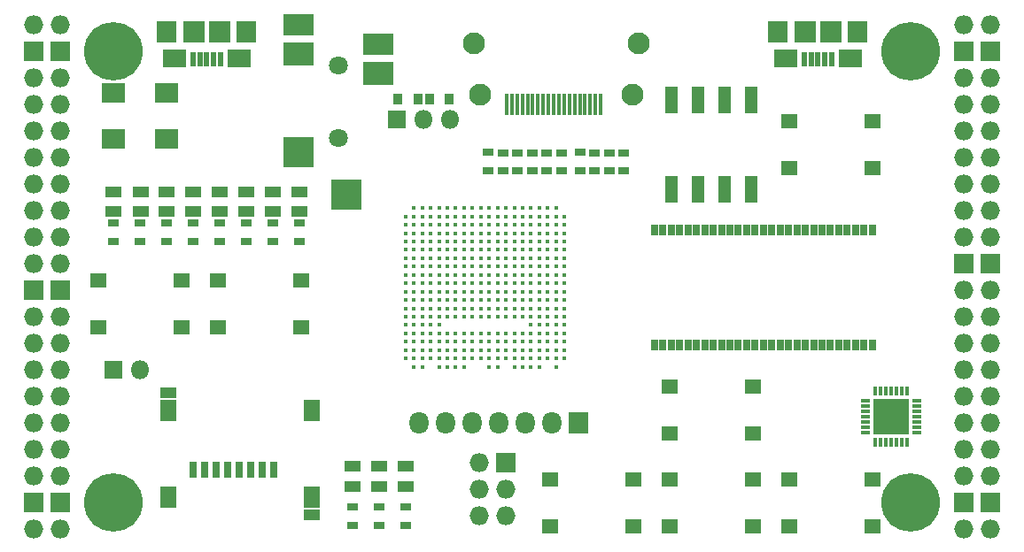
<source format=gts>
G04 #@! TF.GenerationSoftware,KiCad,Pcbnew,5.0.0-rc2-dev-unknown+dfsg1+20180318-2*
G04 #@! TF.CreationDate,2018-06-03T12:29:31+02:00*
G04 #@! TF.ProjectId,ulx3s,756C7833732E6B696361645F70636200,rev?*
G04 #@! TF.SameCoordinates,Original*
G04 #@! TF.FileFunction,Soldermask,Top*
G04 #@! TF.FilePolarity,Negative*
%FSLAX46Y46*%
G04 Gerber Fmt 4.6, Leading zero omitted, Abs format (unit mm)*
G04 Created by KiCad (PCBNEW 5.0.0-rc2-dev-unknown+dfsg1+20180318-2) date Sun Jun  3 12:29:31 2018*
%MOMM*%
%LPD*%
G01*
G04 APERTURE LIST*
%ADD10O,1.827200X1.827200*%
%ADD11R,1.827200X1.827200*%
%ADD12C,5.600000*%
%ADD13R,2.200000X1.700000*%
%ADD14R,2.000000X2.000000*%
%ADD15R,0.500000X1.450000*%
%ADD16R,1.900000X2.000000*%
%ADD17O,0.950000X0.400000*%
%ADD18O,0.400000X0.950000*%
%ADD19R,1.775000X1.775000*%
%ADD20R,1.827200X2.132000*%
%ADD21O,1.827200X2.132000*%
%ADD22R,1.650000X1.400000*%
%ADD23R,1.220000X2.540000*%
%ADD24C,0.430000*%
%ADD25R,2.900000X2.100000*%
%ADD26R,2.900000X2.300000*%
%ADD27R,2.900000X2.900000*%
%ADD28C,1.800000*%
%ADD29R,0.800000X1.600000*%
%ADD30R,1.550000X1.000000*%
%ADD31R,1.550000X2.100000*%
%ADD32R,2.300000X1.900000*%
%ADD33R,0.660000X1.000000*%
%ADD34R,1.100000X0.770000*%
%ADD35R,1.600000X1.070000*%
%ADD36R,0.400000X2.000000*%
%ADD37C,2.100000*%
%ADD38R,0.945000X1.100000*%
%ADD39R,1.800000X1.800000*%
%ADD40O,1.800000X1.800000*%
G04 APERTURE END LIST*
D10*
X97910000Y-62690000D03*
X95370000Y-62690000D03*
D11*
X97910000Y-65230000D03*
X95370000Y-65230000D03*
D10*
X97910000Y-67770000D03*
X95370000Y-67770000D03*
X97910000Y-70310000D03*
X95370000Y-70310000D03*
X97910000Y-72850000D03*
X95370000Y-72850000D03*
X97910000Y-75390000D03*
X95370000Y-75390000D03*
X97910000Y-77930000D03*
X95370000Y-77930000D03*
X97910000Y-80470000D03*
X95370000Y-80470000D03*
X97910000Y-83010000D03*
X95370000Y-83010000D03*
X97910000Y-85550000D03*
X95370000Y-85550000D03*
D11*
X97910000Y-88090000D03*
X95370000Y-88090000D03*
D10*
X97910000Y-90630000D03*
X95370000Y-90630000D03*
X97910000Y-93170000D03*
X95370000Y-93170000D03*
X97910000Y-95710000D03*
X95370000Y-95710000D03*
X97910000Y-98250000D03*
X95370000Y-98250000D03*
X97910000Y-100790000D03*
X95370000Y-100790000D03*
X97910000Y-103330000D03*
X95370000Y-103330000D03*
X97910000Y-105870000D03*
X95370000Y-105870000D03*
D11*
X97910000Y-108410000D03*
X95370000Y-108410000D03*
D10*
X97910000Y-110950000D03*
X95370000Y-110950000D03*
X184270000Y-110950000D03*
X186810000Y-110950000D03*
D11*
X184270000Y-108410000D03*
X186810000Y-108410000D03*
D10*
X184270000Y-105870000D03*
X186810000Y-105870000D03*
X184270000Y-103330000D03*
X186810000Y-103330000D03*
X184270000Y-100790000D03*
X186810000Y-100790000D03*
X184270000Y-98250000D03*
X186810000Y-98250000D03*
X184270000Y-95710000D03*
X186810000Y-95710000D03*
X184270000Y-93170000D03*
X186810000Y-93170000D03*
X184270000Y-90630000D03*
X186810000Y-90630000D03*
X184270000Y-88090000D03*
X186810000Y-88090000D03*
D11*
X184270000Y-85550000D03*
X186810000Y-85550000D03*
D10*
X184270000Y-83010000D03*
X186810000Y-83010000D03*
X184270000Y-80470000D03*
X186810000Y-80470000D03*
X184270000Y-77930000D03*
X186810000Y-77930000D03*
X184270000Y-75390000D03*
X186810000Y-75390000D03*
X184270000Y-72850000D03*
X186810000Y-72850000D03*
X184270000Y-70310000D03*
X186810000Y-70310000D03*
X184270000Y-67770000D03*
X186810000Y-67770000D03*
D11*
X184270000Y-65230000D03*
X186810000Y-65230000D03*
D10*
X184270000Y-62690000D03*
X186810000Y-62690000D03*
D12*
X102990000Y-108410000D03*
X179190000Y-108410000D03*
X179190000Y-65230000D03*
X102990000Y-65230000D03*
D13*
X114980000Y-65875000D03*
X108780000Y-65875000D03*
D14*
X113080000Y-63325000D03*
X110680000Y-63325000D03*
D15*
X113180000Y-66000000D03*
X112530000Y-66000000D03*
X111880000Y-66000000D03*
X111230000Y-66000000D03*
X110580000Y-66000000D03*
D16*
X115680000Y-63325000D03*
X108080000Y-63325000D03*
D13*
X173400000Y-65875000D03*
X167200000Y-65875000D03*
D14*
X171500000Y-63325000D03*
X169100000Y-63325000D03*
D15*
X171600000Y-66000000D03*
X170950000Y-66000000D03*
X170300000Y-66000000D03*
X169650000Y-66000000D03*
X169000000Y-66000000D03*
D16*
X174100000Y-63325000D03*
X166500000Y-63325000D03*
D11*
X140455000Y-104600000D03*
D10*
X137915000Y-104600000D03*
X140455000Y-107140000D03*
X137915000Y-107140000D03*
X140455000Y-109680000D03*
X137915000Y-109680000D03*
D17*
X179735000Y-101655000D03*
X179735000Y-101155000D03*
X179735000Y-100655000D03*
X179735000Y-100155000D03*
X179735000Y-99655000D03*
X179735000Y-99155000D03*
X179735000Y-98655000D03*
D18*
X178785000Y-97705000D03*
X178285000Y-97705000D03*
X177785000Y-97705000D03*
X177285000Y-97705000D03*
X176785000Y-97705000D03*
X176285000Y-97705000D03*
X175785000Y-97705000D03*
D17*
X174835000Y-98655000D03*
X174835000Y-99155000D03*
X174835000Y-99655000D03*
X174835000Y-100155000D03*
X174835000Y-100655000D03*
X174835000Y-101155000D03*
X174835000Y-101655000D03*
D18*
X175785000Y-102605000D03*
X176285000Y-102605000D03*
X176785000Y-102605000D03*
X177285000Y-102605000D03*
X177785000Y-102605000D03*
X178285000Y-102605000D03*
X178785000Y-102605000D03*
D19*
X176447500Y-99317500D03*
X176447500Y-100992500D03*
X178122500Y-99317500D03*
X178122500Y-100992500D03*
D20*
X147440000Y-100790000D03*
D21*
X144900000Y-100790000D03*
X142360000Y-100790000D03*
X139820000Y-100790000D03*
X137280000Y-100790000D03*
X134740000Y-100790000D03*
X132200000Y-100790000D03*
D22*
X175550000Y-71870000D03*
X175550000Y-76370000D03*
X167590000Y-76370000D03*
X167590000Y-71870000D03*
X101550000Y-91610000D03*
X101550000Y-87110000D03*
X109510000Y-87110000D03*
X109510000Y-91610000D03*
X112980000Y-91610000D03*
X112980000Y-87110000D03*
X120940000Y-87110000D03*
X120940000Y-91610000D03*
X156160000Y-101770000D03*
X156160000Y-97270000D03*
X164120000Y-97270000D03*
X164120000Y-101770000D03*
X164120000Y-106160000D03*
X164120000Y-110660000D03*
X156160000Y-110660000D03*
X156160000Y-106160000D03*
X152690000Y-106160000D03*
X152690000Y-110660000D03*
X144730000Y-110660000D03*
X144730000Y-106160000D03*
X175550000Y-106160000D03*
X175550000Y-110660000D03*
X167590000Y-110660000D03*
X167590000Y-106160000D03*
D23*
X156330000Y-78425000D03*
X163950000Y-69815000D03*
X158870000Y-78425000D03*
X161410000Y-69815000D03*
X161410000Y-78425000D03*
X158870000Y-69815000D03*
X163950000Y-78425000D03*
X156330000Y-69815000D03*
D24*
X131680000Y-80200000D03*
X132480000Y-80200000D03*
X133280000Y-80200000D03*
X134080000Y-80200000D03*
X134880000Y-80200000D03*
X135680000Y-80200000D03*
X136480000Y-80200000D03*
X137280000Y-80200000D03*
X138080000Y-80200000D03*
X138880000Y-80200000D03*
X139680000Y-80200000D03*
X140480000Y-80200000D03*
X141280000Y-80200000D03*
X142080000Y-80200000D03*
X142880000Y-80200000D03*
X143680000Y-80200000D03*
X144480000Y-80200000D03*
X145280000Y-80200000D03*
X130880000Y-81000000D03*
X131680000Y-81000000D03*
X132480000Y-81000000D03*
X133280000Y-81000000D03*
X134080000Y-81000000D03*
X134880000Y-81000000D03*
X135680000Y-81000000D03*
X136480000Y-81000000D03*
X137280000Y-81000000D03*
X138080000Y-81000000D03*
X138880000Y-81000000D03*
X139680000Y-81000000D03*
X140480000Y-81000000D03*
X141280000Y-81000000D03*
X142080000Y-81000000D03*
X142880000Y-81000000D03*
X143680000Y-81000000D03*
X144480000Y-81000000D03*
X145280000Y-81000000D03*
X146080000Y-81000000D03*
X130880000Y-81800000D03*
X131680000Y-81800000D03*
X132480000Y-81800000D03*
X133280000Y-81800000D03*
X134080000Y-81800000D03*
X134880000Y-81800000D03*
X135680000Y-81800000D03*
X136480000Y-81800000D03*
X137280000Y-81800000D03*
X138080000Y-81800000D03*
X138880000Y-81800000D03*
X139680000Y-81800000D03*
X140480000Y-81800000D03*
X141280000Y-81800000D03*
X142080000Y-81800000D03*
X142880000Y-81800000D03*
X143680000Y-81800000D03*
X144480000Y-81800000D03*
X145280000Y-81800000D03*
X146080000Y-81800000D03*
X130880000Y-82600000D03*
X131680000Y-82600000D03*
X132480000Y-82600000D03*
X133280000Y-82600000D03*
X134080000Y-82600000D03*
X134880000Y-82600000D03*
X135680000Y-82600000D03*
X136480000Y-82600000D03*
X137280000Y-82600000D03*
X138080000Y-82600000D03*
X138880000Y-82600000D03*
X139680000Y-82600000D03*
X140480000Y-82600000D03*
X141280000Y-82600000D03*
X142080000Y-82600000D03*
X142880000Y-82600000D03*
X143680000Y-82600000D03*
X144480000Y-82600000D03*
X145280000Y-82600000D03*
X146080000Y-82600000D03*
X130880000Y-83400000D03*
X131680000Y-83400000D03*
X132480000Y-83400000D03*
X133280000Y-83400000D03*
X134080000Y-83400000D03*
X134880000Y-83400000D03*
X135680000Y-83400000D03*
X136480000Y-83400000D03*
X137280000Y-83400000D03*
X138080000Y-83400000D03*
X138880000Y-83400000D03*
X139680000Y-83400000D03*
X140480000Y-83400000D03*
X141280000Y-83400000D03*
X142080000Y-83400000D03*
X142880000Y-83400000D03*
X143680000Y-83400000D03*
X144480000Y-83400000D03*
X145280000Y-83400000D03*
X146080000Y-83400000D03*
X130880000Y-84200000D03*
X131680000Y-84200000D03*
X132480000Y-84200000D03*
X133280000Y-84200000D03*
X134080000Y-84200000D03*
X134880000Y-84200000D03*
X135680000Y-84200000D03*
X136480000Y-84200000D03*
X137280000Y-84200000D03*
X138080000Y-84200000D03*
X138880000Y-84200000D03*
X139680000Y-84200000D03*
X140480000Y-84200000D03*
X141280000Y-84200000D03*
X142080000Y-84200000D03*
X142880000Y-84200000D03*
X143680000Y-84200000D03*
X144480000Y-84200000D03*
X145280000Y-84200000D03*
X146080000Y-84200000D03*
X130880000Y-85000000D03*
X131680000Y-85000000D03*
X132480000Y-85000000D03*
X133280000Y-85000000D03*
X134080000Y-85000000D03*
X134880000Y-85000000D03*
X135680000Y-85000000D03*
X136480000Y-85000000D03*
X137280000Y-85000000D03*
X138080000Y-85000000D03*
X138880000Y-85000000D03*
X139680000Y-85000000D03*
X140480000Y-85000000D03*
X141280000Y-85000000D03*
X142080000Y-85000000D03*
X142880000Y-85000000D03*
X143680000Y-85000000D03*
X144480000Y-85000000D03*
X145280000Y-85000000D03*
X146080000Y-85000000D03*
X130880000Y-85800000D03*
X131680000Y-85800000D03*
X132480000Y-85800000D03*
X133280000Y-85800000D03*
X134080000Y-85800000D03*
X134880000Y-85800000D03*
X135680000Y-85800000D03*
X136480000Y-85800000D03*
X137280000Y-85800000D03*
X138080000Y-85800000D03*
X138880000Y-85800000D03*
X139680000Y-85800000D03*
X140480000Y-85800000D03*
X141280000Y-85800000D03*
X142080000Y-85800000D03*
X142880000Y-85800000D03*
X143680000Y-85800000D03*
X144480000Y-85800000D03*
X145280000Y-85800000D03*
X146080000Y-85800000D03*
X130880000Y-86600000D03*
X131680000Y-86600000D03*
X132480000Y-86600000D03*
X133280000Y-86600000D03*
X134080000Y-86600000D03*
X134880000Y-86600000D03*
X135680000Y-86600000D03*
X136480000Y-86600000D03*
X137280000Y-86600000D03*
X138080000Y-86600000D03*
X138880000Y-86600000D03*
X139680000Y-86600000D03*
X140480000Y-86600000D03*
X141280000Y-86600000D03*
X142080000Y-86600000D03*
X142880000Y-86600000D03*
X143680000Y-86600000D03*
X144480000Y-86600000D03*
X145280000Y-86600000D03*
X146080000Y-86600000D03*
X130880000Y-87400000D03*
X131680000Y-87400000D03*
X132480000Y-87400000D03*
X133280000Y-87400000D03*
X134080000Y-87400000D03*
X134880000Y-87400000D03*
X135680000Y-87400000D03*
X136480000Y-87400000D03*
X137280000Y-87400000D03*
X138080000Y-87400000D03*
X138880000Y-87400000D03*
X139680000Y-87400000D03*
X140480000Y-87400000D03*
X141280000Y-87400000D03*
X142080000Y-87400000D03*
X142880000Y-87400000D03*
X143680000Y-87400000D03*
X144480000Y-87400000D03*
X145280000Y-87400000D03*
X146080000Y-87400000D03*
X130880000Y-88200000D03*
X131680000Y-88200000D03*
X132480000Y-88200000D03*
X133280000Y-88200000D03*
X134080000Y-88200000D03*
X134880000Y-88200000D03*
X135680000Y-88200000D03*
X136480000Y-88200000D03*
X137280000Y-88200000D03*
X138080000Y-88200000D03*
X138880000Y-88200000D03*
X139680000Y-88200000D03*
X140480000Y-88200000D03*
X141280000Y-88200000D03*
X142080000Y-88200000D03*
X142880000Y-88200000D03*
X143680000Y-88200000D03*
X144480000Y-88200000D03*
X145280000Y-88200000D03*
X146080000Y-88200000D03*
X130880000Y-89000000D03*
X131680000Y-89000000D03*
X132480000Y-89000000D03*
X133280000Y-89000000D03*
X134080000Y-89000000D03*
X134880000Y-89000000D03*
X135680000Y-89000000D03*
X136480000Y-89000000D03*
X137280000Y-89000000D03*
X138080000Y-89000000D03*
X138880000Y-89000000D03*
X139680000Y-89000000D03*
X140480000Y-89000000D03*
X141280000Y-89000000D03*
X142080000Y-89000000D03*
X142880000Y-89000000D03*
X143680000Y-89000000D03*
X144480000Y-89000000D03*
X145280000Y-89000000D03*
X146080000Y-89000000D03*
X130880000Y-89800000D03*
X131680000Y-89800000D03*
X132480000Y-89800000D03*
X133280000Y-89800000D03*
X134080000Y-89800000D03*
X134880000Y-89800000D03*
X135680000Y-89800000D03*
X136480000Y-89800000D03*
X137280000Y-89800000D03*
X138080000Y-89800000D03*
X138880000Y-89800000D03*
X139680000Y-89800000D03*
X140480000Y-89800000D03*
X141280000Y-89800000D03*
X142080000Y-89800000D03*
X142880000Y-89800000D03*
X143680000Y-89800000D03*
X144480000Y-89800000D03*
X145280000Y-89800000D03*
X146080000Y-89800000D03*
X130880000Y-90600000D03*
X131680000Y-90600000D03*
X132480000Y-90600000D03*
X133280000Y-90600000D03*
X134080000Y-90600000D03*
X134880000Y-90600000D03*
X135680000Y-90600000D03*
X136480000Y-90600000D03*
X137280000Y-90600000D03*
X138080000Y-90600000D03*
X138880000Y-90600000D03*
X139680000Y-90600000D03*
X140480000Y-90600000D03*
X141280000Y-90600000D03*
X142080000Y-90600000D03*
X142880000Y-90600000D03*
X143680000Y-90600000D03*
X144480000Y-90600000D03*
X145280000Y-90600000D03*
X146080000Y-90600000D03*
X130880000Y-91400000D03*
X131680000Y-91400000D03*
X132480000Y-91400000D03*
X133280000Y-91400000D03*
X134080000Y-91400000D03*
X142880000Y-91400000D03*
X143680000Y-91400000D03*
X144480000Y-91400000D03*
X145280000Y-91400000D03*
X146080000Y-91400000D03*
X130880000Y-92200000D03*
X131680000Y-92200000D03*
X132480000Y-92200000D03*
X133280000Y-92200000D03*
X134080000Y-92200000D03*
X134880000Y-92200000D03*
X135680000Y-92200000D03*
X136480000Y-92200000D03*
X137280000Y-92200000D03*
X138080000Y-92200000D03*
X138880000Y-92200000D03*
X139680000Y-92200000D03*
X140480000Y-92200000D03*
X141280000Y-92200000D03*
X142080000Y-92200000D03*
X142880000Y-92200000D03*
X143680000Y-92200000D03*
X144480000Y-92200000D03*
X145280000Y-92200000D03*
X146080000Y-92200000D03*
X130880000Y-93000000D03*
X131680000Y-93000000D03*
X132480000Y-93000000D03*
X133280000Y-93000000D03*
X134080000Y-93000000D03*
X134880000Y-93000000D03*
X135680000Y-93000000D03*
X136480000Y-93000000D03*
X137280000Y-93000000D03*
X138080000Y-93000000D03*
X138880000Y-93000000D03*
X139680000Y-93000000D03*
X140480000Y-93000000D03*
X141280000Y-93000000D03*
X142080000Y-93000000D03*
X142880000Y-93000000D03*
X143680000Y-93000000D03*
X144480000Y-93000000D03*
X145280000Y-93000000D03*
X146080000Y-93000000D03*
X130880000Y-93800000D03*
X131680000Y-93800000D03*
X132480000Y-93800000D03*
X133280000Y-93800000D03*
X134080000Y-93800000D03*
X134880000Y-93800000D03*
X135680000Y-93800000D03*
X136480000Y-93800000D03*
X137280000Y-93800000D03*
X138080000Y-93800000D03*
X138880000Y-93800000D03*
X139680000Y-93800000D03*
X140480000Y-93800000D03*
X141280000Y-93800000D03*
X142080000Y-93800000D03*
X142880000Y-93800000D03*
X143680000Y-93800000D03*
X144480000Y-93800000D03*
X145280000Y-93800000D03*
X146080000Y-93800000D03*
X130880000Y-94600000D03*
X131680000Y-94600000D03*
X132480000Y-94600000D03*
X133280000Y-94600000D03*
X134080000Y-94600000D03*
X134880000Y-94600000D03*
X135680000Y-94600000D03*
X136480000Y-94600000D03*
X137280000Y-94600000D03*
X138080000Y-94600000D03*
X138880000Y-94600000D03*
X139680000Y-94600000D03*
X140480000Y-94600000D03*
X141280000Y-94600000D03*
X142080000Y-94600000D03*
X142880000Y-94600000D03*
X143680000Y-94600000D03*
X144480000Y-94600000D03*
X145280000Y-94600000D03*
X146080000Y-94600000D03*
X131680000Y-95400000D03*
X132480000Y-95400000D03*
X134080000Y-95400000D03*
X134880000Y-95400000D03*
X135680000Y-95400000D03*
X136480000Y-95400000D03*
X138880000Y-95400000D03*
X139680000Y-95400000D03*
X141280000Y-95400000D03*
X142080000Y-95400000D03*
X142880000Y-95400000D03*
X143680000Y-95400000D03*
X145280000Y-95400000D03*
D25*
X120668000Y-62618000D03*
D26*
X120668000Y-65418000D03*
D27*
X120668000Y-74818000D03*
X125218000Y-78918000D03*
D26*
X128268000Y-67318000D03*
D25*
X128268000Y-64518000D03*
D28*
X124468000Y-66518000D03*
X124468000Y-73518000D03*
D29*
X118250000Y-105250000D03*
X117150000Y-105250000D03*
X116050000Y-105250000D03*
X114950000Y-105250000D03*
X113850000Y-105250000D03*
X112750000Y-105250000D03*
X111650000Y-105250000D03*
X110550000Y-105250000D03*
D30*
X121925000Y-109550000D03*
X108175000Y-97850000D03*
D31*
X108175000Y-107850000D03*
X121925000Y-107850000D03*
X121925000Y-99550000D03*
X108175000Y-99550000D03*
D32*
X108040000Y-69220000D03*
X102960000Y-69220000D03*
X102960000Y-73620000D03*
X108040000Y-73620000D03*
D33*
X175493000Y-82270000D03*
X154693000Y-93330000D03*
X155493000Y-93330000D03*
X156293000Y-93330000D03*
X157093000Y-93330000D03*
X157893000Y-93330000D03*
X158693000Y-93330000D03*
X159493000Y-93330000D03*
X160293000Y-93330000D03*
X161093000Y-93330000D03*
X161893000Y-93330000D03*
X162693000Y-93330000D03*
X163493000Y-93330000D03*
X164293000Y-93330000D03*
X165093000Y-93330000D03*
X165893000Y-93330000D03*
X166693000Y-93330000D03*
X167493000Y-93330000D03*
X168293000Y-93330000D03*
X169093000Y-93330000D03*
X169893000Y-93330000D03*
X170693000Y-93330000D03*
X171493000Y-93330000D03*
X172293000Y-93330000D03*
X173093000Y-93330000D03*
X173893000Y-93330000D03*
X174693000Y-93330000D03*
X175493000Y-93330000D03*
X174693000Y-82270000D03*
X173893000Y-82270000D03*
X173093000Y-82270000D03*
X172293000Y-82270000D03*
X171493000Y-82270000D03*
X170693000Y-82270000D03*
X169893000Y-82270000D03*
X169093000Y-82270000D03*
X168293000Y-82270000D03*
X167493000Y-82270000D03*
X166693000Y-82270000D03*
X165893000Y-82270000D03*
X165093000Y-82270000D03*
X164293000Y-82270000D03*
X163493000Y-82270000D03*
X162693000Y-82270000D03*
X161893000Y-82270000D03*
X161093000Y-82270000D03*
X160293000Y-82270000D03*
X159493000Y-82270000D03*
X158693000Y-82270000D03*
X157893000Y-82270000D03*
X157093000Y-82270000D03*
X156293000Y-82270000D03*
X155493000Y-82270000D03*
X154693000Y-82270000D03*
D34*
X150361000Y-76646000D03*
X150361000Y-74896000D03*
X151758000Y-74896000D03*
X151758000Y-76646000D03*
X140201000Y-74896000D03*
X140201000Y-76646000D03*
X142995000Y-76646000D03*
X142995000Y-74896000D03*
X145789000Y-76646000D03*
X145789000Y-74896000D03*
X148964000Y-74896000D03*
X148964000Y-76646000D03*
X138742800Y-76638600D03*
X138742800Y-74888600D03*
X141598000Y-74896000D03*
X141598000Y-76646000D03*
X144392000Y-74896000D03*
X144392000Y-76646000D03*
X147567000Y-76634000D03*
X147567000Y-74884000D03*
D35*
X130930000Y-106825000D03*
X130930000Y-104915000D03*
X120770000Y-78644000D03*
X120770000Y-80554000D03*
X118230000Y-80554000D03*
X118230000Y-78644000D03*
X115690000Y-78644000D03*
X115690000Y-80554000D03*
X113150000Y-78644000D03*
X113150000Y-80554000D03*
X110610000Y-80554000D03*
X110610000Y-78644000D03*
X108070000Y-80554000D03*
X108070000Y-78644000D03*
X105545000Y-78644000D03*
X105545000Y-80554000D03*
X102990000Y-80554000D03*
X102990000Y-78644000D03*
X128390000Y-106825000D03*
X128390000Y-104915000D03*
X125850000Y-104915000D03*
X125850000Y-106825000D03*
D36*
X149546000Y-70312000D03*
X149046000Y-70312000D03*
X148546000Y-70312000D03*
X148046000Y-70312000D03*
X147546000Y-70312000D03*
X147046000Y-70312000D03*
X146546000Y-70312000D03*
X146046000Y-70312000D03*
X145546000Y-70312000D03*
X145046000Y-70312000D03*
X144546000Y-70312000D03*
X144046000Y-70312000D03*
X143546000Y-70312000D03*
X143046000Y-70312000D03*
X142546000Y-70312000D03*
X142046000Y-70312000D03*
X141546000Y-70312000D03*
X141046000Y-70312000D03*
X140546000Y-70312000D03*
D37*
X152546000Y-69312000D03*
X138046000Y-69312000D03*
X153146000Y-64412000D03*
X137446000Y-64412000D03*
D34*
X120770000Y-83377000D03*
X120770000Y-81627000D03*
X118230000Y-81627000D03*
X118230000Y-83377000D03*
X115690000Y-83377000D03*
X115690000Y-81627000D03*
X113150000Y-81627000D03*
X113150000Y-83377000D03*
X110610000Y-81627000D03*
X110610000Y-83377000D03*
X108070000Y-83377000D03*
X108070000Y-81627000D03*
X105530000Y-81627000D03*
X105530000Y-83377000D03*
X102990000Y-83377000D03*
X102990000Y-81627000D03*
X128390000Y-110555000D03*
X128390000Y-108805000D03*
X130930000Y-110555000D03*
X130930000Y-108805000D03*
X125850000Y-108805000D03*
X125850000Y-110555000D03*
D38*
X130123501Y-69814500D03*
X132048501Y-69814500D03*
X135082500Y-69814500D03*
X133157500Y-69814500D03*
D39*
X102990000Y-95710000D03*
D40*
X105530000Y-95710000D03*
D39*
X130056000Y-71725000D03*
D40*
X132596000Y-71725000D03*
X135136000Y-71725000D03*
M02*

</source>
